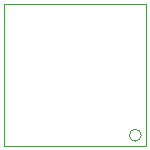
<source format=gm1>
G04 Layer_Color=16711935*
%FSLAX25Y25*%
%MOIN*%
G70*
G01*
G75*
%ADD50C,0.00394*%
D50*
X101947Y139121D02*
G03*
X101947Y139121I-1969J0D01*
G01*
X103522Y135578D02*
Y182822D01*
X56278Y135578D02*
Y182822D01*
Y135578D02*
X103522D01*
X56278Y182822D02*
X103522D01*
M02*

</source>
